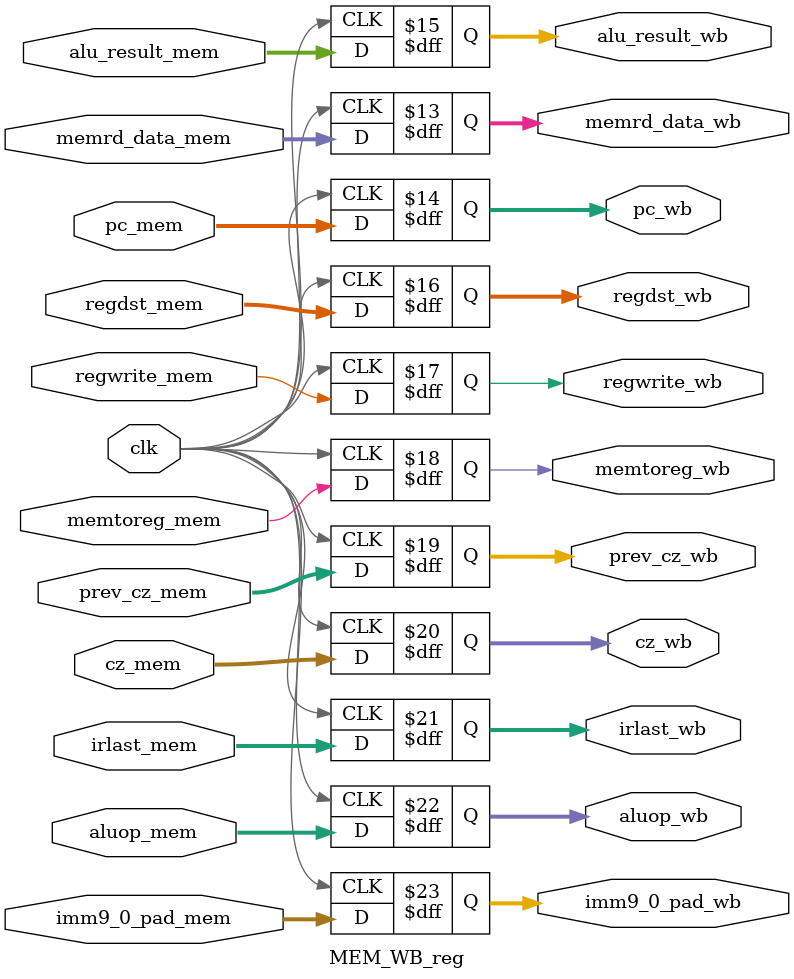
<source format=v>
module MEM_WB_reg (clk, alu_result_mem, memrd_data_mem, regdst_mem, pc_mem, imm9_0_pad_mem,
						alu_result_wb, memrd_data_wb, regdst_wb, pc_wb, imm9_0_pad_wb,
						regwrite_mem,memtoreg_mem, prev_cz_mem, cz_mem, aluop_mem, irlast_mem,
						regwrite_wb,memtoreg_wb, prev_cz_wb, cz_wb, aluop_wb, irlast_wb);
	
	input clk;
	input [15:0] memrd_data_mem, pc_mem;
	input [15:0] alu_result_mem;
	input [2:0] regdst_mem;
	input regwrite_mem,memtoreg_mem;	
	input [1:0] prev_cz_mem, cz_mem, irlast_mem;
	input [3:0] aluop_mem;
	input [15:0] imm9_0_pad_mem;
 	
	output reg [15:0] memrd_data_wb = 16'h0000, pc_wb = 16'h0000;
	output reg [15:0] alu_result_wb = 16'h0000;
	output reg [2:0] regdst_wb = 3'b000;
	output reg regwrite_wb = 1'b0,memtoreg_wb = 1'b0;
	output reg [1:0] prev_cz_wb = 2'b00, cz_wb = 2'b00, irlast_wb = 2'b00;
	output reg [3:0] aluop_wb = 4'b0000;
	output reg [15:0] imm9_0_pad_wb = 16'h0000;
	
	
	always@(posedge clk)
	begin
	
		memrd_data_wb <= memrd_data_mem;
		alu_result_wb <= alu_result_mem;
		regdst_wb <= regdst_mem;
		pc_wb <= pc_mem;
		prev_cz_wb <= prev_cz_mem;
		cz_wb <= cz_mem;
		aluop_wb <= aluop_mem;
		imm9_0_pad_wb <= imm9_0_pad_mem;
		
		regwrite_wb <= regwrite_mem;
		memtoreg_wb <= memtoreg_mem;
		irlast_wb <= irlast_mem;
		
	end 
	
endmodule

</source>
